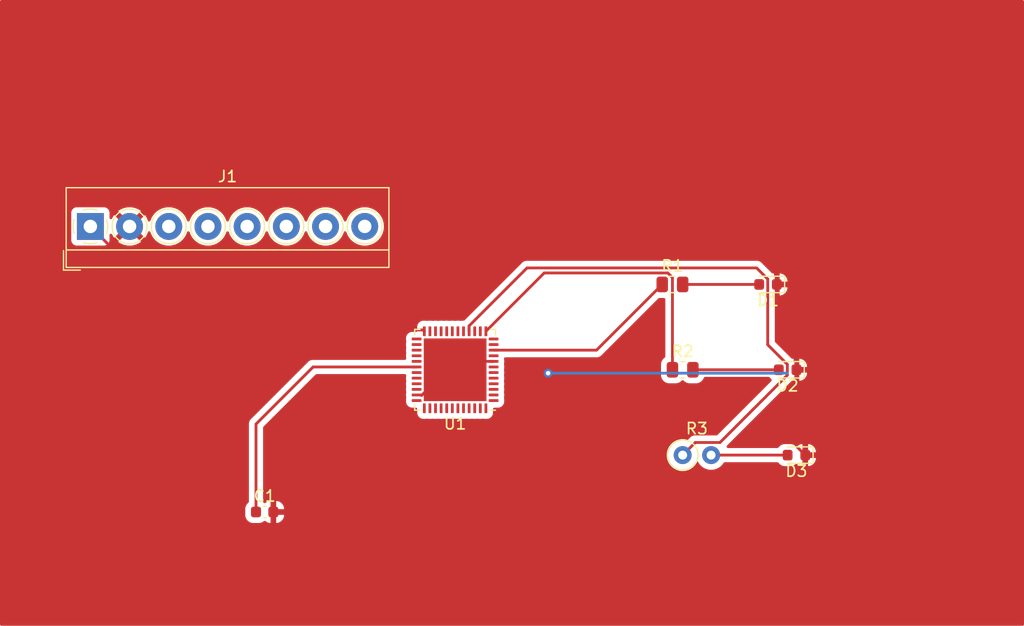
<source format=kicad_pcb>
(kicad_pcb (version 20211014) (generator pcbnew)
  (layers (0 "F.Cu" signal) (31 "B.Cu" signal) (34 "B.Paste" user) (35 "F.Paste" user) (36 "B.SilkS" user "B.Silkscreen") (37 "F.SilkS" user "F.Silkscreen") (38 "B.Mask" user) (39 "F.Mask" user) (44 "Edge.Cuts" user))
  (net 0 "")
  (net 1 "/Filter Cap")
  (net 2 "GND")
  (net 3 "Net-(D1-Pad2)")
  (net 4 "Net-(D2-Pad2)")
  (net 5 "Net-(D3-Pad2)")
  (net 6 "+3.3V")
  (net 7 "Net-(R1-Pad1)")
  (net 8 "Net-(R2-Pad1)")
  (net 9 "Net-(R3-Pad1)")
  (footprint "TerminalBlock_4Ucon:TerminalBlock_4Ucon_1x08_P3.50mm_Horizontal" (layer "F.Cu") (at 99.51 71.02)
    (fp_text reference "J1" (at 12.25 -4.46) (layer "F.SilkS"))
    (fp_text value "Power Input")
    (fp_line (start -2.16 3.66) (end 26.66 3.66) (layer "F.SilkS") (width 0.12))
    (fp_line (start 26.66 -3.46) (end 26.66 3.66) (layer "F.SilkS") (width 0.12))
    (fp_line (start -2.16 -3.46) (end 26.66 -3.46) (layer "F.SilkS") (width 0.12))
    (fp_line (start -2.4 3.9) (end -0.9 3.9) (layer "F.SilkS") (width 0.12))
    (fp_line (start -2.16 -3.46) (end -2.16 3.66) (layer "F.SilkS") (width 0.12))
    (fp_line (start -2.4 2.16) (end -2.4 3.9) (layer "F.SilkS") (width 0.12))
    (fp_line (start -2.16 2.1) (end 26.66 2.1) (layer "F.SilkS") (width 0.12))
    (fp_arc (start 0.027011 1.555493) (mid -0.296984 1.527118) (end -0.608 1.432) (layer "F.SilkS") (width 0.12))
    (fp_arc (start -1.432109 0.607742) (mid -1.555727 -0.00014) (end -1.432 -0.608) (layer "F.SilkS") (width 0.12))
    (fp_arc (start 1.432109 -0.607742) (mid 1.555727 0.00014) (end 1.432 0.608) (layer "F.SilkS") (width 0.12))
    (fp_arc (start -0.607742 -1.432109) (mid 0.00014 -1.555727) (end 0.608 -1.432) (layer "F.SilkS") (width 0.12))
    (fp_arc (start 0.607587 1.431385) (mid 0.310017 1.523783) (end 0 1.555) (layer "F.SilkS") (width 0.12))
    (fp_circle (center 24.5 0) (end 26.055 0) (layer "F.SilkS") (width 0.12) (fill none))
    (fp_circle (center 17.5 0) (end 19.055 0) (layer "F.SilkS") (width 0.12) (fill none))
    (fp_circle (center 7 0) (end 8.555 0) (layer "F.SilkS") (width 0.12) (fill none))
    (fp_circle (center 10.5 0) (end 12.055 0) (layer "F.SilkS") (width 0.12) (fill none))
    (fp_circle (center 21 0) (end 22.555 0) (layer "F.SilkS") (width 0.12) (fill none))
    (fp_circle (center 3.5 0) (end 5.055 0) (layer "F.SilkS") (width 0.12) (fill none))
    (fp_circle (center 14 0) (end 15.555 0) (layer "F.SilkS") (width 0.12) (fill none))
    (pad "1" thru_hole rect (at 0 0) (size 2.4 2.4) (drill 1.2) (layers *.Cu *.Mask) (net 6 "+3.3V"))
    (pad "2" thru_hole circle (at 3.5 0) (size 2.4 2.4) (drill 1.2) (layers *.Cu *.Mask) (net 2 "GND"))
    (pad "3" thru_hole circle (at 7 0) (size 2.4 2.4) (drill 1.2) (layers *.Cu *.Mask))
    (pad "4" thru_hole circle (at 10.5 0) (size 2.4 2.4) (drill 1.2) (layers *.Cu *.Mask))
    (pad "5" thru_hole circle (at 14 0) (size 2.4 2.4) (drill 1.2) (layers *.Cu *.Mask))
    (pad "6" thru_hole circle (at 17.5 0) (size 2.4 2.4) (drill 1.2) (layers *.Cu *.Mask))
    (pad "7" thru_hole circle (at 21 0) (size 2.4 2.4) (drill 1.2) (layers *.Cu *.Mask))
    (pad "8" thru_hole circle (at 24.5 0) (size 2.4 2.4) (drill 1.2) (layers *.Cu *.Mask))
  )
  (footprint "Resistor_SMD:R_0805_2012Metric" (layer "F.Cu") (at 151.4875 76.2)
    (fp_text reference "R1" (at 0 -1.65) (layer "F.SilkS"))
    (fp_text value "10")
    (fp_line (start -0.227064 -0.735) (end 0.227064 -0.735) (layer "F.SilkS") (width 0.12))
    (fp_line (start -0.227064 0.735) (end 0.227064 0.735) (layer "F.SilkS") (width 0.12))
    (pad "1" smd roundrect (at -0.9125 0) (size 1.025 1.4) (layers "F.Cu" "F.Paste" "F.Mask") (roundrect_rratio 0.243902) (net 7 "Net-(R1-Pad1)"))
    (pad "2" smd roundrect (at 0.9125 0) (size 1.025 1.4) (layers "F.Cu" "F.Paste" "F.Mask") (roundrect_rratio 0.243902) (net 3 "Net-(D1-Pad2)"))
  )
  (footprint "Resistor_THT:R_Axial_DIN0207_L6.3mm_D2.5mm_P2.54mm_Vertical" (layer "F.Cu") (at 152.4 91.44)
    (fp_text reference "R3" (at 1.27 -2.37) (layer "F.SilkS"))
    (fp_text value "10")
    (fp_line (start 1.37 0) (end 1.44 0) (layer "F.SilkS") (width 0.12))
    (fp_circle (center 0 0) (end 1.37 0) (layer "F.SilkS") (width 0.12) (fill none))
    (pad "1" thru_hole circle (at 0 0) (size 1.6 1.6) (drill 0.8) (layers *.Cu *.Mask) (net 9 "Net-(R3-Pad1)"))
    (pad "2" thru_hole oval (at 2.54 0) (size 1.6 1.6) (drill 0.8) (layers *.Cu *.Mask) (net 5 "Net-(D3-Pad2)"))
  )
  (footprint "Package_DFN_QFN:QFN-48-1EP_7x7mm_P0.5mm_EP5.6x5.6mm" (layer "F.Cu") (at 132.08 83.82 180)
    (fp_text reference "U1" (at 0 -4.82) (layer "F.SilkS"))
    (fp_text value "STM32F091CCUx")
    (fp_line (start 3.61 -3.61) (end 3.61 -3.135) (layer "F.SilkS") (width 0.12))
    (fp_line (start 3.61 3.61) (end 3.61 3.135) (layer "F.SilkS") (width 0.12))
    (fp_line (start -3.61 3.61) (end -3.61 3.135) (layer "F.SilkS") (width 0.12))
    (fp_line (start -3.135 3.61) (end -3.61 3.61) (layer "F.SilkS") (width 0.12))
    (fp_line (start 3.135 -3.61) (end 3.61 -3.61) (layer "F.SilkS") (width 0.12))
    (fp_line (start -3.135 -3.61) (end -3.61 -3.61) (layer "F.SilkS") (width 0.12))
    (fp_line (start 3.135 3.61) (end 3.61 3.61) (layer "F.SilkS") (width 0.12))
    (pad "1" smd roundrect (at -3.4375 -2.75 180) (size 0.875 0.25) (layers "F.Cu" "F.Paste" "F.Mask") (net 6 "+3.3V"))
    (pad "2" smd roundrect (at -3.4375 -2.25 180) (size 0.875 0.25) (layers "F.Cu" "F.Paste" "F.Mask"))
    (pad "3" smd roundrect (at -3.4375 -1.75 180) (size 0.875 0.25) (layers "F.Cu" "F.Paste" "F.Mask"))
    (pad "4" smd roundrect (at -3.4375 -1.25 180) (size 0.875 0.25) (layers "F.Cu" "F.Paste" "F.Mask"))
    (pad "5" smd roundrect (at -3.4375 -0.75 180) (size 0.875 0.25) (layers "F.Cu" "F.Paste" "F.Mask"))
    (pad "6" smd roundrect (at -3.4375 -0.25 180) (size 0.875 0.25) (layers "F.Cu" "F.Paste" "F.Mask"))
    (pad "7" smd roundrect (at -3.4375 0.25 180) (size 0.875 0.25) (layers "F.Cu" "F.Paste" "F.Mask"))
    (pad "8" smd roundrect (at -3.4375 0.75 180) (size 0.875 0.25) (layers "F.Cu" "F.Paste" "F.Mask") (net 2 "GND"))
    (pad "9" smd roundrect (at -3.4375 1.25 180) (size 0.875 0.25) (layers "F.Cu" "F.Paste" "F.Mask") (net 6 "+3.3V"))
    (pad "10" smd roundrect (at -3.4375 1.75 180) (size 0.875 0.25) (layers "F.Cu" "F.Paste" "F.Mask") (net 7 "Net-(R1-Pad1)"))
    (pad "11" smd roundrect (at -3.4375 2.25 180) (size 0.875 0.25) (layers "F.Cu" "F.Paste" "F.Mask"))
    (pad "12" smd roundrect (at -3.4375 2.75 180) (size 0.875 0.25) (layers "F.Cu" "F.Paste" "F.Mask"))
    (pad "13" smd roundrect (at -2.75 3.4375 180) (size 0.25 0.875) (layers "F.Cu" "F.Paste" "F.Mask") (net 8 "Net-(R2-Pad1)"))
    (pad "14" smd roundrect (at -2.25 3.4375 180) (size 0.25 0.875) (layers "F.Cu" "F.Paste" "F.Mask"))
    (pad "15" smd roundrect (at -1.75 3.4375 180) (size 0.25 0.875) (layers "F.Cu" "F.Paste" "F.Mask"))
    (pad "16" smd roundrect (at -1.25 3.4375 180) (size 0.25 0.875) (layers "F.Cu" "F.Paste" "F.Mask") (net 9 "Net-(R3-Pad1)"))
    (pad "17" smd roundrect (at -0.75 3.4375 180) (size 0.25 0.875) (layers "F.Cu" "F.Paste" "F.Mask"))
    (pad "18" smd roundrect (at -0.25 3.4375 180) (size 0.25 0.875) (layers "F.Cu" "F.Paste" "F.Mask"))
    (pad "19" smd roundrect (at 0.25 3.4375 180) (size 0.25 0.875) (layers "F.Cu" "F.Paste" "F.Mask"))
    (pad "20" smd roundrect (at 0.75 3.4375 180) (size 0.25 0.875) (layers "F.Cu" "F.Paste" "F.Mask"))
    (pad "21" smd roundrect (at 1.25 3.4375 180) (size 0.25 0.875) (layers "F.Cu" "F.Paste" "F.Mask"))
    (pad "22" smd roundrect (at 1.75 3.4375 180) (size 0.25 0.875) (layers "F.Cu" "F.Paste" "F.Mask"))
    (pad "23" smd roundrect (at 2.25 3.4375 180) (size 0.25 0.875) (layers "F.Cu" "F.Paste" "F.Mask") (net 2 "GND"))
    (pad "24" smd roundrect (at 2.75 3.4375 180) (size 0.25 0.875) (layers "F.Cu" "F.Paste" "F.Mask") (net 6 "+3.3V"))
    (pad "25" smd roundrect (at 3.4375 2.75 180) (size 0.875 0.25) (layers "F.Cu" "F.Paste" "F.Mask"))
    (pad "26" smd roundrect (at 3.4375 2.25 180) (size 0.875 0.25) (layers "F.Cu" "F.Paste" "F.Mask"))
    (pad "27" smd roundrect (at 3.4375 1.75 180) (size 0.875 0.25) (layers "F.Cu" "F.Paste" "F.Mask"))
    (pad "28" smd roundrect (at 3.4375 1.25 180) (size 0.875 0.25) (layers "F.Cu" "F.Paste" "F.Mask"))
    (pad "29" smd roundrect (at 3.4375 0.75 180) (size 0.875 0.25) (layers "F.Cu" "F.Paste" "F.Mask"))
    (pad "30" smd roundrect (at 3.4375 0.25 180) (size 0.875 0.25) (layers "F.Cu" "F.Paste" "F.Mask") (net 1 "/Filter Cap"))
    (pad "31" smd roundrect (at 3.4375 -0.25 180) (size 0.875 0.25) (layers "F.Cu" "F.Paste" "F.Mask"))
    (pad "32" smd roundrect (at 3.4375 -0.75 180) (size 0.875 0.25) (layers "F.Cu" "F.Paste" "F.Mask"))
    (pad "33" smd roundrect (at 3.4375 -1.25 180) (size 0.875 0.25) (layers "F.Cu" "F.Paste" "F.Mask"))
    (pad "34" smd roundrect (at 3.4375 -1.75 180) (size 0.875 0.25) (layers "F.Cu" "F.Paste" "F.Mask"))
    (pad "35" smd roundrect (at 3.4375 -2.25 180) (size 0.875 0.25) (layers "F.Cu" "F.Paste" "F.Mask") (net 2 "GND"))
    (pad "36" smd roundrect (at 3.4375 -2.75 180) (size 0.875 0.25) (layers "F.Cu" "F.Paste" "F.Mask") (net 6 "+3.3V"))
    (pad "37" smd roundrect (at 2.75 -3.4375 180) (size 0.25 0.875) (layers "F.Cu" "F.Paste" "F.Mask"))
    (pad "38" smd roundrect (at 2.25 -3.4375 180) (size 0.25 0.875) (layers "F.Cu" "F.Paste" "F.Mask"))
    (pad "39" smd roundrect (at 1.75 -3.4375 180) (size 0.25 0.875) (layers "F.Cu" "F.Paste" "F.Mask"))
    (pad "40" smd roundrect (at 1.25 -3.4375 180) (size 0.25 0.875) (layers "F.Cu" "F.Paste" "F.Mask"))
    (pad "41" smd roundrect (at 0.75 -3.4375 180) (size 0.25 0.875) (layers "F.Cu" "F.Paste" "F.Mask"))
    (pad "42" smd roundrect (at 0.25 -3.4375 180) (size 0.25 0.875) (layers "F.Cu" "F.Paste" "F.Mask"))
    (pad "43" smd roundrect (at -0.25 -3.4375 180) (size 0.25 0.875) (layers "F.Cu" "F.Paste" "F.Mask"))
    (pad "44" smd roundrect (at -0.75 -3.4375 180) (size 0.25 0.875) (layers "F.Cu" "F.Paste" "F.Mask"))
    (pad "45" smd roundrect (at -1.25 -3.4375 180) (size 0.25 0.875) (layers "F.Cu" "F.Paste" "F.Mask"))
    (pad "46" smd roundrect (at -1.75 -3.4375 180) (size 0.25 0.875) (layers "F.Cu" "F.Paste" "F.Mask"))
    (pad "47" smd roundrect (at -2.25 -3.4375 180) (size 0.25 0.875) (layers "F.Cu" "F.Paste" "F.Mask") (net 2 "GND"))
    (pad "48" smd roundrect (at -2.75 -3.4375 180) (size 0.25 0.875) (layers "F.Cu" "F.Paste" "F.Mask") (net 6 "+3.3V"))
    (pad "49" smd rect (at 0 0 180) (size 5.6 5.6) (layers "F.Cu" "F.Mask") (net 2 "GND"))
  )
  (footprint "Resistor_SMD:R_0805_2012Metric" (layer "F.Cu") (at 152.4 83.82)
    (fp_text reference "R2" (at 0 -1.65) (layer "F.SilkS"))
    (fp_text value "10")
    (fp_line (start -0.227064 -0.735) (end 0.227064 -0.735) (layer "F.SilkS") (width 0.12))
    (fp_line (start -0.227064 0.735) (end 0.227064 0.735) (layer "F.SilkS") (width 0.12))
    (pad "1" smd roundrect (at -0.9125 0) (size 1.025 1.4) (layers "F.Cu" "F.Paste" "F.Mask") (roundrect_rratio 0.243902) (net 8 "Net-(R2-Pad1)"))
    (pad "2" smd roundrect (at 0.9125 0) (size 1.025 1.4) (layers "F.Cu" "F.Paste" "F.Mask") (roundrect_rratio 0.243902) (net 4 "Net-(D2-Pad2)"))
  )
  (footprint "Capacitor_SMD:C_0603_1608Metric" (layer "F.Cu") (at 115.075 96.52)
    (fp_text reference "C1" (at 0 -1.43) (layer "F.SilkS"))
    (fp_text value "C")
    (fp_line (start -0.14058 0.51) (end 0.14058 0.51) (layer "F.SilkS") (width 0.12))
    (fp_line (start -0.14058 -0.51) (end 0.14058 -0.51) (layer "F.SilkS") (width 0.12))
    (pad "1" smd roundrect (at -0.775 0) (size 0.9 0.95) (layers "F.Cu" "F.Paste" "F.Mask") (net 1 "/Filter Cap"))
    (pad "2" smd roundrect (at 0.775 0) (size 0.9 0.95) (layers "F.Cu" "F.Paste" "F.Mask") (net 2 "GND"))
  )
  (footprint "LED_SMD:LED_0603_1608Metric" (layer "F.Cu") (at 162.56 91.44 180)
    (fp_text reference "D3" (at 0 -1.43) (layer "F.SilkS"))
    (fp_text value "LED")
    (fp_line (start -1.485 -0.735) (end -1.485 0.735) (layer "F.SilkS") (width 0.12))
    (fp_line (start -1.485 0.735) (end 0.8 0.735) (layer "F.SilkS") (width 0.12))
    (fp_line (start 0.8 -0.735) (end -1.485 -0.735) (layer "F.SilkS") (width 0.12))
    (pad "1" smd roundrect (at -0.7875 0 180) (size 0.875 0.95) (layers "F.Cu" "F.Paste" "F.Mask") (net 2 "GND"))
    (pad "2" smd roundrect (at 0.7875 0 180) (size 0.875 0.95) (layers "F.Cu" "F.Paste" "F.Mask") (net 5 "Net-(D3-Pad2)"))
  )
  (footprint "LED_SMD:LED_0603_1608Metric" (layer "F.Cu") (at 160.02 76.2 180)
    (fp_text reference "D1" (at 0 -1.43) (layer "F.SilkS"))
    (fp_text value "LED")
    (fp_line (start -1.485 0.735) (end 0.8 0.735) (layer "F.SilkS") (width 0.12))
    (fp_line (start -1.485 -0.735) (end -1.485 0.735) (layer "F.SilkS") (width 0.12))
    (fp_line (start 0.8 -0.735) (end -1.485 -0.735) (layer "F.SilkS") (width 0.12))
    (pad "1" smd roundrect (at -0.7875 0 180) (size 0.875 0.95) (layers "F.Cu" "F.Paste" "F.Mask") (net 2 "GND"))
    (pad "2" smd roundrect (at 0.7875 0 180) (size 0.875 0.95) (layers "F.Cu" "F.Paste" "F.Mask") (net 3 "Net-(D1-Pad2)"))
  )
  (footprint "LED_SMD:LED_0603_1608Metric" (layer "F.Cu") (at 161.7725 83.82 180)
    (fp_text reference "D2" (at 0 -1.43) (layer "F.SilkS"))
    (fp_text value "LED")
    (fp_line (start -1.485 -0.735) (end -1.485 0.735) (layer "F.SilkS") (width 0.12))
    (fp_line (start -1.485 0.735) (end 0.8 0.735) (layer "F.SilkS") (width 0.12))
    (fp_line (start 0.8 -0.735) (end -1.485 -0.735) (layer "F.SilkS") (width 0.12))
    (pad "1" smd roundrect (at -0.7875 0 180) (size 0.875 0.95) (layers "F.Cu" "F.Paste" "F.Mask") (net 2 "GND"))
    (pad "2" smd roundrect (at 0.7875 0 180) (size 0.875 0.95) (layers "F.Cu" "F.Paste" "F.Mask") (net 4 "Net-(D2-Pad2)"))
  )
  (segment (start 119.4014 83.57) (end 128.6425 83.57) (width 0.25) (layer "F.Cu") (net 1))
  (segment (start 114.3 96.52) (end 114.3 88.6714) (width 0.25) (layer "F.Cu") (net 1))
  (segment (start 114.3 88.6714) (end 119.4014 83.57) (width 0.25) (layer "F.Cu") (net 1))
  (segment (start 135.5175 83.07) (end 132.128008 83.07) (width 0.25) (layer "F.Cu") (net 2))
  (segment (start 162.56 83.514625) (end 162.56 83.82) (width 0.25) (layer "F.Cu") (net 2))
  (segment (start 162.56 90.6525) (end 163.3475 91.44) (width 0.25) (layer "F.Cu") (net 2))
  (segment (start 132.128008 83.07) (end 129.078008 86.12) (width 0.25) (layer "F.Cu") (net 2))
  (via (at 140.3858 84.1248) (size 0.8) (drill 0.4) (layers "F.Cu" "B.Cu") (net 2))
  (segment (start 140.3858 84.1248) (end 161.7218 84.1248) (width 0.25) (layer "B.Cu") (net 2))
  (segment (start 152.4 76.2) (end 159.2325 76.2) (width 0.25) (layer "F.Cu") (net 3))
  (segment (start 153.3125 83.82) (end 160.985 83.82) (width 0.25) (layer "F.Cu") (net 4))
  (segment (start 154.94 91.44) (end 161.7725 91.44) (width 0.25) (layer "F.Cu") (net 5))
  (segment (start 99.51 71.02) (end 108.754 80.264) (width 0.25) (layer "F.Cu") (net 6))
  (segment (start 108.754 80.264) (end 129.2098 80.264) (width 0.25) (layer "F.Cu") (net 6))
  (segment (start 129.2098 80.264) (end 129.3283 80.3825) (width 0.25) (layer "F.Cu") (net 6))
  (segment (start 129.3283 80.3825) (end 129.33 80.3825) (width 0.25) (layer "F.Cu") (net 6))
  (segment (start 135.5175 82.07) (end 144.705 82.07) (width 0.25) (layer "F.Cu") (net 7))
  (segment (start 144.705 82.07) (end 150.575 76.2) (width 0.25) (layer "F.Cu") (net 7))
  (segment (start 140.0375 75.175) (end 151.075673 75.175) (width 0.25) (layer "F.Cu") (net 8))
  (segment (start 151.075673 75.175) (end 151.4875 75.586827) (width 0.25) (layer "F.Cu") (net 8))
  (segment (start 134.83 80.3825) (end 140.0375 75.175) (width 0.25) (layer "F.Cu") (net 8))
  (segment (start 151.4875 75.586827) (end 151.4875 83.82) (width 0.25) (layer "F.Cu") (net 8))
  (segment (start 159.995 75.718521) (end 159.995 81.586021) (width 0.25) (layer "F.Cu") (net 9))
  (segment (start 161.7475 83.338521) (end 161.7475 84.301479) (width 0.25) (layer "F.Cu") (net 9))
  (segment (start 159.995 81.586021) (end 161.7475 83.338521) (width 0.25) (layer "F.Cu") (net 9))
  (segment (start 161.7475 84.301479) (end 155.733979 90.315) (width 0.25) (layer "F.Cu") (net 9))
  (segment (start 155.733979 90.315) (end 153.525 90.315) (width 0.25) (layer "F.Cu") (net 9))
  (segment (start 153.525 90.315) (end 152.4 91.44) (width 0.25) (layer "F.Cu") (net 9))
  (segment (start 138.501992 74.725) (end 159.001479 74.725) (width 0.25) (layer "F.Cu") (net 9))
  (segment (start 133.33 80.3825) (end 133.33 79.896992) (width 0.25) (layer "F.Cu") (net 9))
  (segment (start 159.001479 74.725) (end 159.995 75.718521) (width 0.25) (layer "F.Cu") (net 9))
  (segment (start 133.33 79.896992) (end 138.501992 74.725) (width 0.25) (layer "F.Cu") (net 9))
  (zone (net 2) (net_name "GND") (layer "F.Cu") (connect_pads (clearance 0.508)) (min_thickness 0.254) (fill yes (thermal_gap 0.508) (thermal_bridge_width 0.508))
    (polygon (pts (xy 182.88 106.68) (xy 91.44 106.68) (xy 91.44 50.8) (xy 182.88 50.8)))
  )
)
</source>
